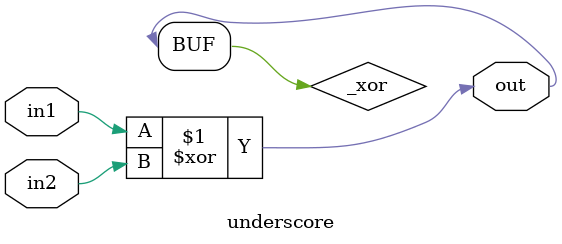
<source format=v>

module underscore(in1, in2, out);
	input in1, in2;
	output wire out;

	wire _xor, my_xor;
	assign _xor = in1 ^ in2;
	assign my_xor = in1 ^ in2;

	// This works.
	//assign out = my_xor;
	// This fails because the first _ is recognized as a number.
	// However, a _ is not allowed as the first character of a number.
	assign out = _xor;
	// To verify, this still works with the patch.
	//assign out = 1'b0_0;
	// Both notations below are also valid but don't work without the patch.
	//assign out = 0_0;
	//assign out = 0_0______1;
endmodule

</source>
